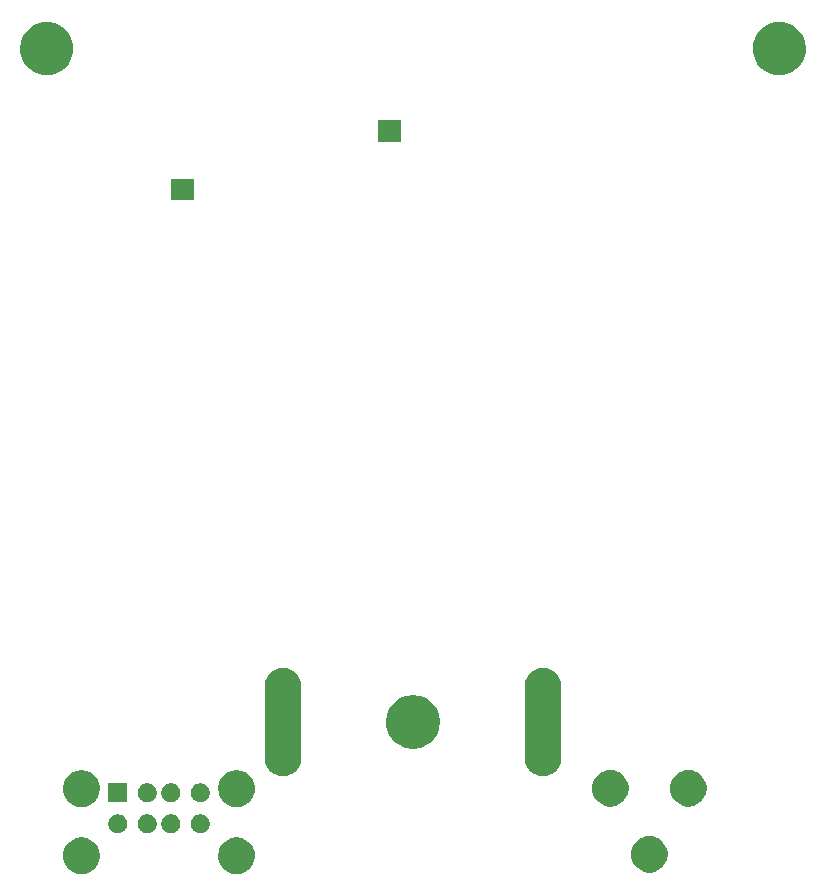
<source format=gbs>
G04 #@! TF.GenerationSoftware,KiCad,Pcbnew,(5.0.1)-3*
G04 #@! TF.CreationDate,2019-05-15T20:24:53+02:00*
G04 #@! TF.ProjectId,Milwaukee_USB_charger,4D696C7761756B65655F5553425F6368,rev?*
G04 #@! TF.SameCoordinates,Original*
G04 #@! TF.FileFunction,Soldermask,Bot*
G04 #@! TF.FilePolarity,Negative*
%FSLAX46Y46*%
G04 Gerber Fmt 4.6, Leading zero omitted, Abs format (unit mm)*
G04 Created by KiCad (PCBNEW (5.0.1)-3) date 15-May-19 20:24:53*
%MOMM*%
%LPD*%
G01*
G04 APERTURE LIST*
%ADD10C,0.100000*%
G04 APERTURE END LIST*
D10*
G36*
X85422527Y-105818736D02*
X85522410Y-105838604D01*
X85804674Y-105955521D01*
X86058705Y-106125259D01*
X86274741Y-106341295D01*
X86444479Y-106595326D01*
X86561396Y-106877590D01*
X86561396Y-106877591D01*
X86595142Y-107047240D01*
X86621000Y-107177240D01*
X86621000Y-107482760D01*
X86561396Y-107782410D01*
X86444479Y-108064674D01*
X86274741Y-108318705D01*
X86058705Y-108534741D01*
X85804674Y-108704479D01*
X85522410Y-108821396D01*
X85422527Y-108841264D01*
X85222762Y-108881000D01*
X84917238Y-108881000D01*
X84717473Y-108841264D01*
X84617590Y-108821396D01*
X84335326Y-108704479D01*
X84081295Y-108534741D01*
X83865259Y-108318705D01*
X83695521Y-108064674D01*
X83578604Y-107782410D01*
X83519000Y-107482760D01*
X83519000Y-107177240D01*
X83544859Y-107047240D01*
X83578604Y-106877591D01*
X83578604Y-106877590D01*
X83695521Y-106595326D01*
X83865259Y-106341295D01*
X84081295Y-106125259D01*
X84335326Y-105955521D01*
X84617590Y-105838604D01*
X84717473Y-105818736D01*
X84917238Y-105779000D01*
X85222762Y-105779000D01*
X85422527Y-105818736D01*
X85422527Y-105818736D01*
G37*
G36*
X72282527Y-105818736D02*
X72382410Y-105838604D01*
X72664674Y-105955521D01*
X72918705Y-106125259D01*
X73134741Y-106341295D01*
X73304479Y-106595326D01*
X73421396Y-106877590D01*
X73421396Y-106877591D01*
X73455142Y-107047240D01*
X73481000Y-107177240D01*
X73481000Y-107482760D01*
X73421396Y-107782410D01*
X73304479Y-108064674D01*
X73134741Y-108318705D01*
X72918705Y-108534741D01*
X72664674Y-108704479D01*
X72382410Y-108821396D01*
X72282527Y-108841264D01*
X72082762Y-108881000D01*
X71777238Y-108881000D01*
X71577473Y-108841264D01*
X71477590Y-108821396D01*
X71195326Y-108704479D01*
X70941295Y-108534741D01*
X70725259Y-108318705D01*
X70555521Y-108064674D01*
X70438604Y-107782410D01*
X70379000Y-107482760D01*
X70379000Y-107177240D01*
X70404859Y-107047240D01*
X70438604Y-106877591D01*
X70438604Y-106877590D01*
X70555521Y-106595326D01*
X70725259Y-106341295D01*
X70941295Y-106125259D01*
X71195326Y-105955521D01*
X71477590Y-105838604D01*
X71577473Y-105818736D01*
X71777238Y-105779000D01*
X72082762Y-105779000D01*
X72282527Y-105818736D01*
X72282527Y-105818736D01*
G37*
G36*
X120352527Y-105688736D02*
X120452410Y-105708604D01*
X120734674Y-105825521D01*
X120988705Y-105995259D01*
X121204741Y-106211295D01*
X121374479Y-106465326D01*
X121428326Y-106595326D01*
X121491396Y-106747591D01*
X121551000Y-107047238D01*
X121551000Y-107352762D01*
X121525141Y-107482762D01*
X121491396Y-107652410D01*
X121374479Y-107934674D01*
X121204741Y-108188705D01*
X120988705Y-108404741D01*
X120734674Y-108574479D01*
X120452410Y-108691396D01*
X120386637Y-108704479D01*
X120152762Y-108751000D01*
X119847238Y-108751000D01*
X119613363Y-108704479D01*
X119547590Y-108691396D01*
X119265326Y-108574479D01*
X119011295Y-108404741D01*
X118795259Y-108188705D01*
X118625521Y-107934674D01*
X118508604Y-107652410D01*
X118474859Y-107482762D01*
X118449000Y-107352762D01*
X118449000Y-107047238D01*
X118508604Y-106747591D01*
X118571674Y-106595326D01*
X118625521Y-106465326D01*
X118795259Y-106211295D01*
X119011295Y-105995259D01*
X119265326Y-105825521D01*
X119547590Y-105708604D01*
X119647473Y-105688736D01*
X119847238Y-105649000D01*
X120152762Y-105649000D01*
X120352527Y-105688736D01*
X120352527Y-105688736D01*
G37*
G36*
X77733643Y-103849781D02*
X77879415Y-103910162D01*
X78010611Y-103997824D01*
X78122176Y-104109389D01*
X78209838Y-104240585D01*
X78270219Y-104386357D01*
X78301000Y-104541107D01*
X78301000Y-104698893D01*
X78270219Y-104853643D01*
X78209838Y-104999415D01*
X78122176Y-105130611D01*
X78010611Y-105242176D01*
X77879415Y-105329838D01*
X77733643Y-105390219D01*
X77578893Y-105421000D01*
X77421107Y-105421000D01*
X77266357Y-105390219D01*
X77120585Y-105329838D01*
X76989389Y-105242176D01*
X76877824Y-105130611D01*
X76790162Y-104999415D01*
X76729781Y-104853643D01*
X76699000Y-104698893D01*
X76699000Y-104541107D01*
X76729781Y-104386357D01*
X76790162Y-104240585D01*
X76877824Y-104109389D01*
X76989389Y-103997824D01*
X77120585Y-103910162D01*
X77266357Y-103849781D01*
X77421107Y-103819000D01*
X77578893Y-103819000D01*
X77733643Y-103849781D01*
X77733643Y-103849781D01*
G37*
G36*
X75233643Y-103849781D02*
X75379415Y-103910162D01*
X75510611Y-103997824D01*
X75622176Y-104109389D01*
X75709838Y-104240585D01*
X75770219Y-104386357D01*
X75801000Y-104541107D01*
X75801000Y-104698893D01*
X75770219Y-104853643D01*
X75709838Y-104999415D01*
X75622176Y-105130611D01*
X75510611Y-105242176D01*
X75379415Y-105329838D01*
X75233643Y-105390219D01*
X75078893Y-105421000D01*
X74921107Y-105421000D01*
X74766357Y-105390219D01*
X74620585Y-105329838D01*
X74489389Y-105242176D01*
X74377824Y-105130611D01*
X74290162Y-104999415D01*
X74229781Y-104853643D01*
X74199000Y-104698893D01*
X74199000Y-104541107D01*
X74229781Y-104386357D01*
X74290162Y-104240585D01*
X74377824Y-104109389D01*
X74489389Y-103997824D01*
X74620585Y-103910162D01*
X74766357Y-103849781D01*
X74921107Y-103819000D01*
X75078893Y-103819000D01*
X75233643Y-103849781D01*
X75233643Y-103849781D01*
G37*
G36*
X79733643Y-103849781D02*
X79879415Y-103910162D01*
X80010611Y-103997824D01*
X80122176Y-104109389D01*
X80209838Y-104240585D01*
X80270219Y-104386357D01*
X80301000Y-104541107D01*
X80301000Y-104698893D01*
X80270219Y-104853643D01*
X80209838Y-104999415D01*
X80122176Y-105130611D01*
X80010611Y-105242176D01*
X79879415Y-105329838D01*
X79733643Y-105390219D01*
X79578893Y-105421000D01*
X79421107Y-105421000D01*
X79266357Y-105390219D01*
X79120585Y-105329838D01*
X78989389Y-105242176D01*
X78877824Y-105130611D01*
X78790162Y-104999415D01*
X78729781Y-104853643D01*
X78699000Y-104698893D01*
X78699000Y-104541107D01*
X78729781Y-104386357D01*
X78790162Y-104240585D01*
X78877824Y-104109389D01*
X78989389Y-103997824D01*
X79120585Y-103910162D01*
X79266357Y-103849781D01*
X79421107Y-103819000D01*
X79578893Y-103819000D01*
X79733643Y-103849781D01*
X79733643Y-103849781D01*
G37*
G36*
X82233643Y-103849781D02*
X82379415Y-103910162D01*
X82510611Y-103997824D01*
X82622176Y-104109389D01*
X82709838Y-104240585D01*
X82770219Y-104386357D01*
X82801000Y-104541107D01*
X82801000Y-104698893D01*
X82770219Y-104853643D01*
X82709838Y-104999415D01*
X82622176Y-105130611D01*
X82510611Y-105242176D01*
X82379415Y-105329838D01*
X82233643Y-105390219D01*
X82078893Y-105421000D01*
X81921107Y-105421000D01*
X81766357Y-105390219D01*
X81620585Y-105329838D01*
X81489389Y-105242176D01*
X81377824Y-105130611D01*
X81290162Y-104999415D01*
X81229781Y-104853643D01*
X81199000Y-104698893D01*
X81199000Y-104541107D01*
X81229781Y-104386357D01*
X81290162Y-104240585D01*
X81377824Y-104109389D01*
X81489389Y-103997824D01*
X81620585Y-103910162D01*
X81766357Y-103849781D01*
X81921107Y-103819000D01*
X82078893Y-103819000D01*
X82233643Y-103849781D01*
X82233643Y-103849781D01*
G37*
G36*
X72282527Y-100138736D02*
X72382410Y-100158604D01*
X72664674Y-100275521D01*
X72918705Y-100445259D01*
X73134741Y-100661295D01*
X73304479Y-100915326D01*
X73405656Y-101159591D01*
X73421396Y-101197591D01*
X73481000Y-101497238D01*
X73481000Y-101802762D01*
X73457459Y-101921108D01*
X73421396Y-102102410D01*
X73304479Y-102384674D01*
X73134741Y-102638705D01*
X72918705Y-102854741D01*
X72664674Y-103024479D01*
X72382410Y-103141396D01*
X72282527Y-103161264D01*
X72082762Y-103201000D01*
X71777238Y-103201000D01*
X71577473Y-103161264D01*
X71477590Y-103141396D01*
X71195326Y-103024479D01*
X70941295Y-102854741D01*
X70725259Y-102638705D01*
X70555521Y-102384674D01*
X70438604Y-102102410D01*
X70402541Y-101921108D01*
X70379000Y-101802762D01*
X70379000Y-101497238D01*
X70438604Y-101197591D01*
X70454344Y-101159591D01*
X70555521Y-100915326D01*
X70725259Y-100661295D01*
X70941295Y-100445259D01*
X71195326Y-100275521D01*
X71477590Y-100158604D01*
X71577473Y-100138736D01*
X71777238Y-100099000D01*
X72082762Y-100099000D01*
X72282527Y-100138736D01*
X72282527Y-100138736D01*
G37*
G36*
X85422527Y-100138736D02*
X85522410Y-100158604D01*
X85804674Y-100275521D01*
X86058705Y-100445259D01*
X86274741Y-100661295D01*
X86444479Y-100915326D01*
X86545656Y-101159591D01*
X86561396Y-101197591D01*
X86621000Y-101497238D01*
X86621000Y-101802762D01*
X86597459Y-101921108D01*
X86561396Y-102102410D01*
X86444479Y-102384674D01*
X86274741Y-102638705D01*
X86058705Y-102854741D01*
X85804674Y-103024479D01*
X85522410Y-103141396D01*
X85422527Y-103161264D01*
X85222762Y-103201000D01*
X84917238Y-103201000D01*
X84717473Y-103161264D01*
X84617590Y-103141396D01*
X84335326Y-103024479D01*
X84081295Y-102854741D01*
X83865259Y-102638705D01*
X83695521Y-102384674D01*
X83578604Y-102102410D01*
X83542541Y-101921108D01*
X83519000Y-101802762D01*
X83519000Y-101497238D01*
X83578604Y-101197591D01*
X83594344Y-101159591D01*
X83695521Y-100915326D01*
X83865259Y-100661295D01*
X84081295Y-100445259D01*
X84335326Y-100275521D01*
X84617590Y-100158604D01*
X84717473Y-100138736D01*
X84917238Y-100099000D01*
X85222762Y-100099000D01*
X85422527Y-100138736D01*
X85422527Y-100138736D01*
G37*
G36*
X117041799Y-100099000D02*
X117150410Y-100120604D01*
X117432674Y-100237521D01*
X117686705Y-100407259D01*
X117902741Y-100623295D01*
X118072479Y-100877326D01*
X118189396Y-101159590D01*
X118189396Y-101159591D01*
X118249000Y-101459238D01*
X118249000Y-101764762D01*
X118209264Y-101964527D01*
X118189396Y-102064410D01*
X118072479Y-102346674D01*
X117902741Y-102600705D01*
X117686705Y-102816741D01*
X117432674Y-102986479D01*
X117150410Y-103103396D01*
X117050527Y-103123264D01*
X116850762Y-103163000D01*
X116545238Y-103163000D01*
X116345473Y-103123264D01*
X116245590Y-103103396D01*
X115963326Y-102986479D01*
X115709295Y-102816741D01*
X115493259Y-102600705D01*
X115323521Y-102346674D01*
X115206604Y-102064410D01*
X115186736Y-101964527D01*
X115147000Y-101764762D01*
X115147000Y-101459238D01*
X115206604Y-101159591D01*
X115206604Y-101159590D01*
X115323521Y-100877326D01*
X115493259Y-100623295D01*
X115709295Y-100407259D01*
X115963326Y-100237521D01*
X116245590Y-100120604D01*
X116354201Y-100099000D01*
X116545238Y-100061000D01*
X116850762Y-100061000D01*
X117041799Y-100099000D01*
X117041799Y-100099000D01*
G37*
G36*
X123645799Y-100099000D02*
X123754410Y-100120604D01*
X124036674Y-100237521D01*
X124290705Y-100407259D01*
X124506741Y-100623295D01*
X124676479Y-100877326D01*
X124793396Y-101159590D01*
X124793396Y-101159591D01*
X124853000Y-101459238D01*
X124853000Y-101764762D01*
X124813264Y-101964527D01*
X124793396Y-102064410D01*
X124676479Y-102346674D01*
X124506741Y-102600705D01*
X124290705Y-102816741D01*
X124036674Y-102986479D01*
X123754410Y-103103396D01*
X123654527Y-103123264D01*
X123454762Y-103163000D01*
X123149238Y-103163000D01*
X122949473Y-103123264D01*
X122849590Y-103103396D01*
X122567326Y-102986479D01*
X122313295Y-102816741D01*
X122097259Y-102600705D01*
X121927521Y-102346674D01*
X121810604Y-102064410D01*
X121790736Y-101964527D01*
X121751000Y-101764762D01*
X121751000Y-101459238D01*
X121810604Y-101159591D01*
X121810604Y-101159590D01*
X121927521Y-100877326D01*
X122097259Y-100623295D01*
X122313295Y-100407259D01*
X122567326Y-100237521D01*
X122849590Y-100120604D01*
X122958201Y-100099000D01*
X123149238Y-100061000D01*
X123454762Y-100061000D01*
X123645799Y-100099000D01*
X123645799Y-100099000D01*
G37*
G36*
X82233643Y-101229781D02*
X82379415Y-101290162D01*
X82510611Y-101377824D01*
X82622176Y-101489389D01*
X82709838Y-101620585D01*
X82770219Y-101766357D01*
X82801000Y-101921107D01*
X82801000Y-102078893D01*
X82770219Y-102233643D01*
X82709838Y-102379415D01*
X82622176Y-102510611D01*
X82510611Y-102622176D01*
X82379415Y-102709838D01*
X82233643Y-102770219D01*
X82078893Y-102801000D01*
X81921107Y-102801000D01*
X81766357Y-102770219D01*
X81620585Y-102709838D01*
X81489389Y-102622176D01*
X81377824Y-102510611D01*
X81290162Y-102379415D01*
X81229781Y-102233643D01*
X81199000Y-102078893D01*
X81199000Y-101921107D01*
X81229781Y-101766357D01*
X81290162Y-101620585D01*
X81377824Y-101489389D01*
X81489389Y-101377824D01*
X81620585Y-101290162D01*
X81766357Y-101229781D01*
X81921107Y-101199000D01*
X82078893Y-101199000D01*
X82233643Y-101229781D01*
X82233643Y-101229781D01*
G37*
G36*
X75801000Y-102801000D02*
X74199000Y-102801000D01*
X74199000Y-101199000D01*
X75801000Y-101199000D01*
X75801000Y-102801000D01*
X75801000Y-102801000D01*
G37*
G36*
X77733643Y-101229781D02*
X77879415Y-101290162D01*
X78010611Y-101377824D01*
X78122176Y-101489389D01*
X78209838Y-101620585D01*
X78270219Y-101766357D01*
X78301000Y-101921107D01*
X78301000Y-102078893D01*
X78270219Y-102233643D01*
X78209838Y-102379415D01*
X78122176Y-102510611D01*
X78010611Y-102622176D01*
X77879415Y-102709838D01*
X77733643Y-102770219D01*
X77578893Y-102801000D01*
X77421107Y-102801000D01*
X77266357Y-102770219D01*
X77120585Y-102709838D01*
X76989389Y-102622176D01*
X76877824Y-102510611D01*
X76790162Y-102379415D01*
X76729781Y-102233643D01*
X76699000Y-102078893D01*
X76699000Y-101921107D01*
X76729781Y-101766357D01*
X76790162Y-101620585D01*
X76877824Y-101489389D01*
X76989389Y-101377824D01*
X77120585Y-101290162D01*
X77266357Y-101229781D01*
X77421107Y-101199000D01*
X77578893Y-101199000D01*
X77733643Y-101229781D01*
X77733643Y-101229781D01*
G37*
G36*
X79733643Y-101229781D02*
X79879415Y-101290162D01*
X80010611Y-101377824D01*
X80122176Y-101489389D01*
X80209838Y-101620585D01*
X80270219Y-101766357D01*
X80301000Y-101921107D01*
X80301000Y-102078893D01*
X80270219Y-102233643D01*
X80209838Y-102379415D01*
X80122176Y-102510611D01*
X80010611Y-102622176D01*
X79879415Y-102709838D01*
X79733643Y-102770219D01*
X79578893Y-102801000D01*
X79421107Y-102801000D01*
X79266357Y-102770219D01*
X79120585Y-102709838D01*
X78989389Y-102622176D01*
X78877824Y-102510611D01*
X78790162Y-102379415D01*
X78729781Y-102233643D01*
X78699000Y-102078893D01*
X78699000Y-101921107D01*
X78729781Y-101766357D01*
X78790162Y-101620585D01*
X78877824Y-101489389D01*
X78989389Y-101377824D01*
X79120585Y-101290162D01*
X79266357Y-101229781D01*
X79421107Y-101199000D01*
X79578893Y-101199000D01*
X79733643Y-101229781D01*
X79733643Y-101229781D01*
G37*
G36*
X89304049Y-91431442D02*
X89498959Y-91490567D01*
X89596415Y-91520130D01*
X89694690Y-91572660D01*
X89865858Y-91664151D01*
X90102029Y-91857971D01*
X90295849Y-92094142D01*
X90387340Y-92265310D01*
X90439870Y-92363585D01*
X90439870Y-92363586D01*
X90528558Y-92655951D01*
X90528558Y-92655953D01*
X90551000Y-92883809D01*
X90551000Y-99192760D01*
X90491396Y-99492410D01*
X90374479Y-99774674D01*
X90204741Y-100028705D01*
X89988705Y-100244741D01*
X89734674Y-100414479D01*
X89452410Y-100531396D01*
X89352527Y-100551264D01*
X89152762Y-100591000D01*
X88847238Y-100591000D01*
X88647473Y-100551264D01*
X88547590Y-100531396D01*
X88265326Y-100414479D01*
X88011295Y-100244741D01*
X87795259Y-100028705D01*
X87625521Y-99774674D01*
X87508604Y-99492410D01*
X87449000Y-99192760D01*
X87449000Y-93784010D01*
X87449001Y-93784000D01*
X87449001Y-92883809D01*
X87471443Y-92655953D01*
X87471443Y-92655951D01*
X87560131Y-92363586D01*
X87560131Y-92363585D01*
X87612661Y-92265310D01*
X87704152Y-92094142D01*
X87897972Y-91857971D01*
X88134143Y-91664151D01*
X88305311Y-91572660D01*
X88403586Y-91520130D01*
X88501042Y-91490567D01*
X88695952Y-91431442D01*
X89000000Y-91401496D01*
X89304049Y-91431442D01*
X89304049Y-91431442D01*
G37*
G36*
X111304049Y-91431442D02*
X111498959Y-91490567D01*
X111596415Y-91520130D01*
X111694690Y-91572660D01*
X111865858Y-91664151D01*
X112102029Y-91857971D01*
X112295849Y-92094142D01*
X112387340Y-92265310D01*
X112439870Y-92363585D01*
X112439870Y-92363586D01*
X112528558Y-92655951D01*
X112528558Y-92655953D01*
X112551000Y-92883809D01*
X112551000Y-99192760D01*
X112491396Y-99492410D01*
X112374479Y-99774674D01*
X112204741Y-100028705D01*
X111988705Y-100244741D01*
X111734674Y-100414479D01*
X111452410Y-100531396D01*
X111352527Y-100551264D01*
X111152762Y-100591000D01*
X110847238Y-100591000D01*
X110647473Y-100551264D01*
X110547590Y-100531396D01*
X110265326Y-100414479D01*
X110011295Y-100244741D01*
X109795259Y-100028705D01*
X109625521Y-99774674D01*
X109508604Y-99492410D01*
X109449000Y-99192760D01*
X109449000Y-93784010D01*
X109449001Y-93784000D01*
X109449001Y-92883809D01*
X109471443Y-92655953D01*
X109471443Y-92655951D01*
X109560131Y-92363586D01*
X109560131Y-92363585D01*
X109612661Y-92265310D01*
X109704152Y-92094142D01*
X109897972Y-91857971D01*
X110134143Y-91664151D01*
X110305311Y-91572660D01*
X110403586Y-91520130D01*
X110501042Y-91490567D01*
X110695952Y-91431442D01*
X111000000Y-91401496D01*
X111304049Y-91431442D01*
X111304049Y-91431442D01*
G37*
G36*
X100308445Y-93766254D02*
X100656593Y-93835504D01*
X101066249Y-94005189D01*
X101434929Y-94251534D01*
X101748466Y-94565071D01*
X101994811Y-94933751D01*
X102164496Y-95343407D01*
X102206865Y-95556413D01*
X102251000Y-95778294D01*
X102251000Y-96221706D01*
X102244208Y-96255849D01*
X102164496Y-96656593D01*
X101994811Y-97066249D01*
X101748466Y-97434929D01*
X101434929Y-97748466D01*
X101066249Y-97994811D01*
X100656593Y-98164496D01*
X100308445Y-98233746D01*
X100221706Y-98251000D01*
X99778294Y-98251000D01*
X99691555Y-98233746D01*
X99343407Y-98164496D01*
X98933751Y-97994811D01*
X98565071Y-97748466D01*
X98251534Y-97434929D01*
X98005189Y-97066249D01*
X97835504Y-96656593D01*
X97755792Y-96255849D01*
X97749000Y-96221706D01*
X97749000Y-95778294D01*
X97793135Y-95556413D01*
X97835504Y-95343407D01*
X98005189Y-94933751D01*
X98251534Y-94565071D01*
X98565071Y-94251534D01*
X98933751Y-94005189D01*
X99343407Y-93835504D01*
X99691555Y-93766254D01*
X99778294Y-93749000D01*
X100221706Y-93749000D01*
X100308445Y-93766254D01*
X100308445Y-93766254D01*
G37*
G36*
X81491000Y-51791000D02*
X79509000Y-51791000D01*
X79509000Y-50009000D01*
X81491000Y-50009000D01*
X81491000Y-51791000D01*
X81491000Y-51791000D01*
G37*
G36*
X99026759Y-46857239D02*
X97044759Y-46857239D01*
X97044759Y-45075239D01*
X99026759Y-45075239D01*
X99026759Y-46857239D01*
X99026759Y-46857239D01*
G37*
G36*
X69308445Y-36766254D02*
X69656593Y-36835504D01*
X70066249Y-37005189D01*
X70434929Y-37251534D01*
X70748466Y-37565071D01*
X70994811Y-37933751D01*
X71164496Y-38343407D01*
X71215336Y-38599000D01*
X71251000Y-38778294D01*
X71251000Y-39221706D01*
X71233746Y-39308445D01*
X71164496Y-39656593D01*
X70994811Y-40066249D01*
X70748466Y-40434929D01*
X70434929Y-40748466D01*
X70066249Y-40994811D01*
X69656593Y-41164496D01*
X69308445Y-41233746D01*
X69221706Y-41251000D01*
X68778294Y-41251000D01*
X68691555Y-41233746D01*
X68343407Y-41164496D01*
X67933751Y-40994811D01*
X67565071Y-40748466D01*
X67251534Y-40434929D01*
X67005189Y-40066249D01*
X66835504Y-39656593D01*
X66766254Y-39308445D01*
X66749000Y-39221706D01*
X66749000Y-38778294D01*
X66784664Y-38599000D01*
X66835504Y-38343407D01*
X67005189Y-37933751D01*
X67251534Y-37565071D01*
X67565071Y-37251534D01*
X67933751Y-37005189D01*
X68343407Y-36835504D01*
X68691555Y-36766254D01*
X68778294Y-36749000D01*
X69221706Y-36749000D01*
X69308445Y-36766254D01*
X69308445Y-36766254D01*
G37*
G36*
X131308445Y-36766254D02*
X131656593Y-36835504D01*
X132066249Y-37005189D01*
X132434929Y-37251534D01*
X132748466Y-37565071D01*
X132994811Y-37933751D01*
X133164496Y-38343407D01*
X133215336Y-38599000D01*
X133251000Y-38778294D01*
X133251000Y-39221706D01*
X133233746Y-39308445D01*
X133164496Y-39656593D01*
X132994811Y-40066249D01*
X132748466Y-40434929D01*
X132434929Y-40748466D01*
X132066249Y-40994811D01*
X131656593Y-41164496D01*
X131308445Y-41233746D01*
X131221706Y-41251000D01*
X130778294Y-41251000D01*
X130691555Y-41233746D01*
X130343407Y-41164496D01*
X129933751Y-40994811D01*
X129565071Y-40748466D01*
X129251534Y-40434929D01*
X129005189Y-40066249D01*
X128835504Y-39656593D01*
X128766254Y-39308445D01*
X128749000Y-39221706D01*
X128749000Y-38778294D01*
X128784664Y-38599000D01*
X128835504Y-38343407D01*
X129005189Y-37933751D01*
X129251534Y-37565071D01*
X129565071Y-37251534D01*
X129933751Y-37005189D01*
X130343407Y-36835504D01*
X130691555Y-36766254D01*
X130778294Y-36749000D01*
X131221706Y-36749000D01*
X131308445Y-36766254D01*
X131308445Y-36766254D01*
G37*
M02*

</source>
